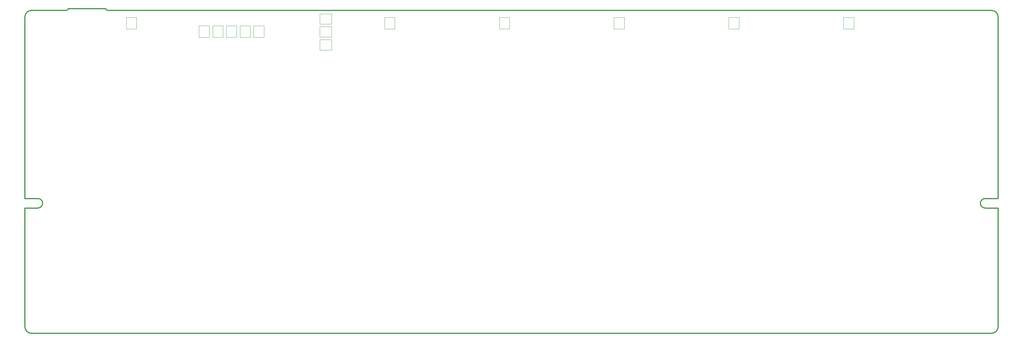
<source format=gm1>
%TF.GenerationSoftware,KiCad,Pcbnew,(5.1.8-0-10_14)*%
%TF.CreationDate,2020-12-29T07:16:28+09:00*%
%TF.ProjectId,Unison,556e6973-6f6e-42e6-9b69-6361645f7063,v01_1*%
%TF.SameCoordinates,Original*%
%TF.FileFunction,Profile,NP*%
%FSLAX46Y46*%
G04 Gerber Fmt 4.6, Leading zero omitted, Abs format (unit mm)*
G04 Created by KiCad (PCBNEW (5.1.8-0-10_14)) date 2020-12-29 07:16:28*
%MOMM*%
%LPD*%
G01*
G04 APERTURE LIST*
%TA.AperFunction,Profile*%
%ADD10C,0.120000*%
%TD*%
%TA.AperFunction,Profile*%
%ADD11C,0.300000*%
%TD*%
G04 APERTURE END LIST*
D10*
%TO.C,L13*%
X221300000Y-18750000D02*
X224300000Y-18750000D01*
X224300000Y-18750000D02*
X224300000Y-22150000D01*
X224300000Y-22150000D02*
X221300000Y-22150000D01*
X221300000Y-22150000D02*
X221300000Y-18750000D01*
%TO.C,L5*%
X82200000Y-21200000D02*
X85200000Y-21200000D01*
X85200000Y-21200000D02*
X85200000Y-24600000D01*
X85200000Y-24600000D02*
X82200000Y-24600000D01*
X82200000Y-24600000D02*
X82200000Y-21200000D01*
D11*
%TO.C,REF\u002A\u002A*%
X298200000Y-111300000D02*
X17200000Y-111300000D01*
X17200000Y-16700000D02*
X27400000Y-16700000D01*
X27900000Y-16200000D02*
X38900000Y-16200000D01*
X296400000Y-71800000D02*
X300200000Y-71800000D01*
X296400000Y-74600000D02*
X300200000Y-74600000D01*
X300200000Y-71800000D02*
X300200000Y-18700000D01*
X300200000Y-74600000D02*
X300200000Y-109300000D01*
X15200000Y-71800000D02*
X15200000Y-18700000D01*
X19000000Y-71800000D02*
X15200000Y-71800000D01*
X15200000Y-74600000D02*
X19000000Y-74600000D01*
X15200000Y-109300000D02*
X15200000Y-74600000D01*
X298200000Y-16700000D02*
X39400000Y-16700000D01*
X38900000Y-16200000D02*
G75*
G03*
X39400000Y-16700000I500000J0D01*
G01*
X27400000Y-16700000D02*
G75*
G03*
X27900000Y-16200000I0J500000D01*
G01*
X19000000Y-74600000D02*
G75*
G03*
X20400000Y-73200000I0J1400000D01*
G01*
X296400000Y-74600000D02*
G75*
G02*
X295000000Y-73200000I0J1400000D01*
G01*
X295000000Y-73200000D02*
G75*
G02*
X296400000Y-71800000I1400000J0D01*
G01*
X20400000Y-73200000D02*
G75*
G03*
X19000000Y-71800000I-1400000J0D01*
G01*
X300200000Y-18700000D02*
G75*
G03*
X298200000Y-16700000I-2000000J0D01*
G01*
X298200000Y-111300000D02*
G75*
G03*
X300200000Y-109300000I0J2000000D01*
G01*
X15200000Y-109300000D02*
G75*
G03*
X17200000Y-111300000I2000000J0D01*
G01*
X17200000Y-16700000D02*
G75*
G03*
X15200000Y-18700000I0J-2000000D01*
G01*
D10*
%TO.C,L1*%
X66200000Y-21200000D02*
X69200000Y-21200000D01*
X69200000Y-21200000D02*
X69200000Y-24600000D01*
X69200000Y-24600000D02*
X66200000Y-24600000D01*
X66200000Y-24600000D02*
X66200000Y-21200000D01*
%TO.C,L2*%
X70200000Y-21200000D02*
X73200000Y-21200000D01*
X73200000Y-21200000D02*
X73200000Y-24600000D01*
X73200000Y-24600000D02*
X70200000Y-24600000D01*
X70200000Y-24600000D02*
X70200000Y-21200000D01*
%TO.C,L3*%
X74200000Y-21200000D02*
X77200000Y-21200000D01*
X77200000Y-21200000D02*
X77200000Y-24600000D01*
X77200000Y-24600000D02*
X74200000Y-24600000D01*
X74200000Y-24600000D02*
X74200000Y-21200000D01*
%TO.C,L4*%
X78200000Y-21200000D02*
X81200000Y-21200000D01*
X81200000Y-21200000D02*
X81200000Y-24600000D01*
X81200000Y-24600000D02*
X78200000Y-24600000D01*
X78200000Y-24600000D02*
X78200000Y-21200000D01*
%TO.C,L6*%
X101600000Y-20700000D02*
X101600000Y-17700000D01*
X101600000Y-17700000D02*
X105000000Y-17700000D01*
X105000000Y-17700000D02*
X105000000Y-20700000D01*
X105000000Y-20700000D02*
X101600000Y-20700000D01*
%TO.C,L7*%
X101600000Y-24500000D02*
X101600000Y-21500000D01*
X101600000Y-21500000D02*
X105000000Y-21500000D01*
X105000000Y-21500000D02*
X105000000Y-24500000D01*
X105000000Y-24500000D02*
X101600000Y-24500000D01*
%TO.C,L8*%
X101600000Y-28300000D02*
X101600000Y-25300000D01*
X101600000Y-25300000D02*
X105000000Y-25300000D01*
X105000000Y-25300000D02*
X105000000Y-28300000D01*
X105000000Y-28300000D02*
X101600000Y-28300000D01*
%TO.C,L9*%
X44900000Y-18750000D02*
X47900000Y-18750000D01*
X47900000Y-18750000D02*
X47900000Y-22150000D01*
X47900000Y-22150000D02*
X44900000Y-22150000D01*
X44900000Y-22150000D02*
X44900000Y-18750000D01*
%TO.C,L10*%
X120500000Y-18750000D02*
X123500000Y-18750000D01*
X123500000Y-18750000D02*
X123500000Y-22150000D01*
X123500000Y-22150000D02*
X120500000Y-22150000D01*
X120500000Y-22150000D02*
X120500000Y-18750000D01*
%TO.C,L11*%
X154100000Y-18750000D02*
X157100000Y-18750000D01*
X157100000Y-18750000D02*
X157100000Y-22150000D01*
X157100000Y-22150000D02*
X154100000Y-22150000D01*
X154100000Y-22150000D02*
X154100000Y-18750000D01*
%TO.C,L12*%
X187700000Y-18750000D02*
X190700000Y-18750000D01*
X190700000Y-18750000D02*
X190700000Y-22150000D01*
X190700000Y-22150000D02*
X187700000Y-22150000D01*
X187700000Y-22150000D02*
X187700000Y-18750000D01*
%TO.C,L14*%
X254900000Y-18750000D02*
X257900000Y-18750000D01*
X257900000Y-18750000D02*
X257900000Y-22150000D01*
X257900000Y-22150000D02*
X254900000Y-22150000D01*
X254900000Y-22150000D02*
X254900000Y-18750000D01*
%TD*%
M02*

</source>
